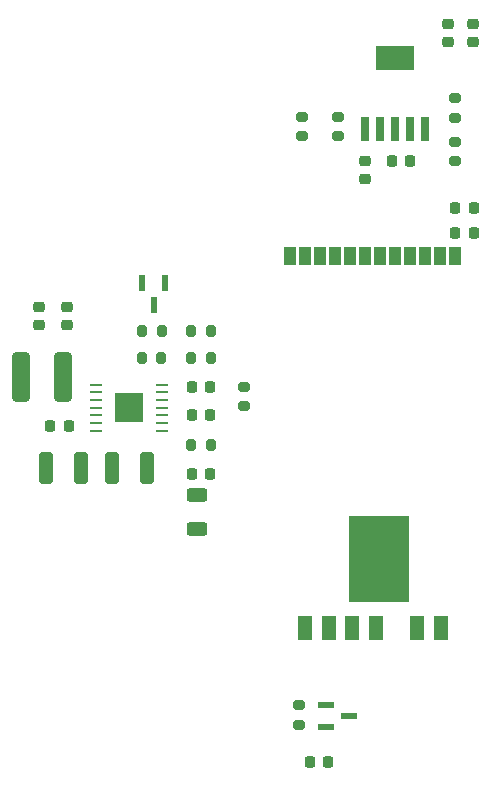
<source format=gtp>
%TF.GenerationSoftware,KiCad,Pcbnew,7.0.2-0*%
%TF.CreationDate,2024-05-07T14:52:59-07:00*%
%TF.ProjectId,RPi_interface,5250695f-696e-4746-9572-666163652e6b,1.1*%
%TF.SameCoordinates,Original*%
%TF.FileFunction,Paste,Top*%
%TF.FilePolarity,Positive*%
%FSLAX46Y46*%
G04 Gerber Fmt 4.6, Leading zero omitted, Abs format (unit mm)*
G04 Created by KiCad (PCBNEW 7.0.2-0) date 2024-05-07 14:52:59*
%MOMM*%
%LPD*%
G01*
G04 APERTURE LIST*
G04 Aperture macros list*
%AMRoundRect*
0 Rectangle with rounded corners*
0 $1 Rounding radius*
0 $2 $3 $4 $5 $6 $7 $8 $9 X,Y pos of 4 corners*
0 Add a 4 corners polygon primitive as box body*
4,1,4,$2,$3,$4,$5,$6,$7,$8,$9,$2,$3,0*
0 Add four circle primitives for the rounded corners*
1,1,$1+$1,$2,$3*
1,1,$1+$1,$4,$5*
1,1,$1+$1,$6,$7*
1,1,$1+$1,$8,$9*
0 Add four rect primitives between the rounded corners*
20,1,$1+$1,$2,$3,$4,$5,0*
20,1,$1+$1,$4,$5,$6,$7,0*
20,1,$1+$1,$6,$7,$8,$9,0*
20,1,$1+$1,$8,$9,$2,$3,0*%
G04 Aperture macros list end*
%ADD10RoundRect,0.200000X0.275000X-0.200000X0.275000X0.200000X-0.275000X0.200000X-0.275000X-0.200000X0*%
%ADD11R,1.320800X0.558800*%
%ADD12RoundRect,0.225000X0.250000X-0.225000X0.250000X0.225000X-0.250000X0.225000X-0.250000X-0.225000X0*%
%ADD13RoundRect,0.225000X-0.225000X-0.250000X0.225000X-0.250000X0.225000X0.250000X-0.225000X0.250000X0*%
%ADD14R,0.650000X2.000000*%
%ADD15R,3.200000X2.000000*%
%ADD16RoundRect,0.250000X-0.325000X-1.100000X0.325000X-1.100000X0.325000X1.100000X-0.325000X1.100000X0*%
%ADD17RoundRect,0.333000X0.417000X1.767000X-0.417000X1.767000X-0.417000X-1.767000X0.417000X-1.767000X0*%
%ADD18RoundRect,0.200000X-0.275000X0.200000X-0.275000X-0.200000X0.275000X-0.200000X0.275000X0.200000X0*%
%ADD19RoundRect,0.218750X0.218750X0.256250X-0.218750X0.256250X-0.218750X-0.256250X0.218750X-0.256250X0*%
%ADD20RoundRect,0.200000X-0.200000X-0.275000X0.200000X-0.275000X0.200000X0.275000X-0.200000X0.275000X0*%
%ADD21R,0.975000X1.500000*%
%ADD22R,1.300000X2.000000*%
%ADD23R,5.100000X7.300000*%
%ADD24R,1.120140X0.213360*%
%ADD25R,1.617000X1.722000*%
%ADD26RoundRect,0.250000X0.325000X1.100000X-0.325000X1.100000X-0.325000X-1.100000X0.325000X-1.100000X0*%
%ADD27RoundRect,0.250000X-0.625000X0.312500X-0.625000X-0.312500X0.625000X-0.312500X0.625000X0.312500X0*%
%ADD28R,0.558800X1.320800*%
%ADD29RoundRect,0.200000X0.200000X0.275000X-0.200000X0.275000X-0.200000X-0.275000X0.200000X-0.275000X0*%
G04 APERTURE END LIST*
%TO.C,U1*%
G36*
X110565941Y-83016329D02*
G01*
X108255941Y-83016329D01*
X108255941Y-80556329D01*
X110565941Y-80556329D01*
X110565941Y-83016329D01*
G37*
%TD*%
D10*
%TO.C,R6*%
X137050000Y-60900000D03*
X137050000Y-59250000D03*
%TD*%
D11*
%TO.C,Q2*%
X126135200Y-106922500D03*
X126135200Y-108827500D03*
X128014800Y-107875000D03*
%TD*%
D12*
%TO.C,C12*%
X136425000Y-50825000D03*
X136425000Y-49275000D03*
%TD*%
D10*
%TO.C,R7*%
X137050000Y-57225000D03*
X137050000Y-55575000D03*
%TD*%
D13*
%TO.C,C8*%
X131675000Y-60900000D03*
X133225000Y-60900000D03*
%TD*%
D14*
%TO.C,U3*%
X129410000Y-58200000D03*
X130680000Y-58200000D03*
X131950000Y-58200000D03*
X133220000Y-58200000D03*
X134490000Y-58200000D03*
D15*
X131950000Y-52200000D03*
%TD*%
D10*
%TO.C,R11*%
X127150000Y-58815000D03*
X127150000Y-57165000D03*
%TD*%
D16*
%TO.C,C3*%
X107961341Y-86913659D03*
X110911341Y-86913659D03*
%TD*%
D17*
%TO.C,L1*%
X103836341Y-79213659D03*
X100236341Y-79213659D03*
%TD*%
D18*
%TO.C,R12*%
X124100000Y-57150000D03*
X124100000Y-58800000D03*
%TD*%
D19*
%TO.C,D1*%
X126300000Y-111750000D03*
X124725000Y-111750000D03*
%TD*%
D18*
%TO.C,R4*%
X119123841Y-79988659D03*
X119123841Y-81638659D03*
%TD*%
D13*
%TO.C,C10*%
X137050000Y-66950000D03*
X138600000Y-66950000D03*
%TD*%
D20*
%TO.C,R8*%
X110525000Y-75300000D03*
X112175000Y-75300000D03*
%TD*%
D21*
%TO.C,U2*%
X137060000Y-68910000D03*
X135790000Y-68910000D03*
X134520000Y-68910000D03*
X133250000Y-68910000D03*
X131980000Y-68910000D03*
X130710000Y-68910000D03*
X129440000Y-68910000D03*
X128170000Y-68910000D03*
X126900000Y-68910000D03*
X125630000Y-68910000D03*
X124360000Y-68910000D03*
X123090000Y-68910000D03*
D22*
X124310000Y-100450000D03*
X126310000Y-100450000D03*
X128310000Y-100450000D03*
X130310000Y-100450000D03*
X133830000Y-100450000D03*
X135830000Y-100450000D03*
D23*
X130560000Y-94550000D03*
%TD*%
D24*
%TO.C,U1*%
X112179541Y-83736363D03*
X112179541Y-83086350D03*
X112179541Y-82436341D03*
X112179541Y-81786329D03*
X112179541Y-81136317D03*
X112179541Y-80486308D03*
X112179541Y-79836295D03*
X106642341Y-79836295D03*
X106642341Y-80486308D03*
X106642341Y-81136317D03*
X106642341Y-81786329D03*
X106642341Y-82436341D03*
X106642341Y-83086350D03*
X106642341Y-83736363D03*
D25*
X109410941Y-81786329D03*
%TD*%
D12*
%TO.C,C2*%
X104161341Y-74788659D03*
X104161341Y-73238659D03*
%TD*%
D26*
%TO.C,C4*%
X105361341Y-86913659D03*
X102411341Y-86913659D03*
%TD*%
D13*
%TO.C,C5*%
X102761341Y-83313659D03*
X104311341Y-83313659D03*
%TD*%
D27*
%TO.C,R1*%
X115150000Y-92087500D03*
X115150000Y-89162500D03*
%TD*%
D13*
%TO.C,C7*%
X114748841Y-82413659D03*
X116298841Y-82413659D03*
%TD*%
%TO.C,C6*%
X114748841Y-79988659D03*
X116298841Y-79988659D03*
%TD*%
D28*
%TO.C,Q1*%
X112462500Y-71220400D03*
X110557500Y-71220400D03*
X111510000Y-73100000D03*
%TD*%
D12*
%TO.C,C14*%
X129400000Y-62425000D03*
X129400000Y-60875000D03*
%TD*%
D20*
%TO.C,R9*%
X114698841Y-75300000D03*
X116348841Y-75300000D03*
%TD*%
D10*
%TO.C,R10*%
X123850000Y-108625000D03*
X123850000Y-106975000D03*
%TD*%
D13*
%TO.C,C11*%
X114748841Y-87413659D03*
X116298841Y-87413659D03*
%TD*%
D12*
%TO.C,C1*%
X101821341Y-74788659D03*
X101821341Y-73238659D03*
%TD*%
D13*
%TO.C,C9*%
X137050000Y-64850000D03*
X138600000Y-64850000D03*
%TD*%
D29*
%TO.C,R3*%
X116348841Y-84913659D03*
X114698841Y-84913659D03*
%TD*%
D12*
%TO.C,C13*%
X138520000Y-50845000D03*
X138520000Y-49295000D03*
%TD*%
D20*
%TO.C,R2*%
X110511341Y-77613659D03*
X112161341Y-77613659D03*
%TD*%
%TO.C,R5*%
X114698841Y-77613659D03*
X116348841Y-77613659D03*
%TD*%
M02*

</source>
